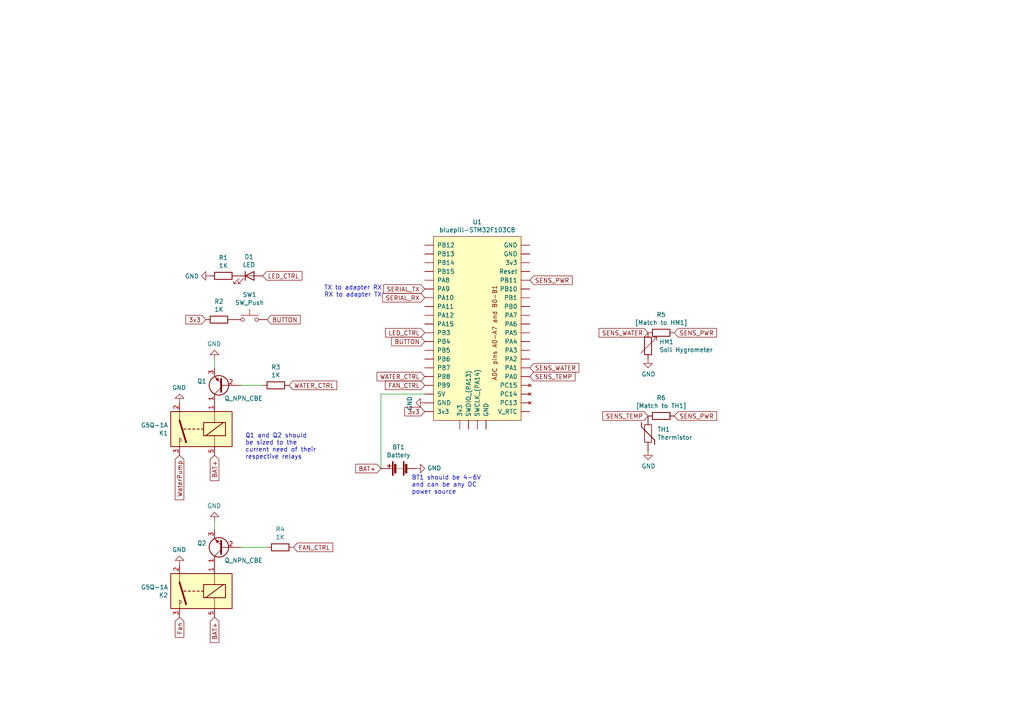
<source format=kicad_sch>
(kicad_sch (version 20211123) (generator eeschema)
  (paper "A4")
  (lib_symbols
    (symbol "Device:Battery" (pin_numbers hide) (pin_names (offset 0) hide)
      (property "Reference" "BT" (at 2.54 2.54 0))
      (property "Value" "Battery" (at 2.54 0 0))
      (symbol "Battery_0_1"
        (rectangle (start -2.032 -1.397) (end 2.032 -1.651) (fill (type outline)))
        (rectangle (start -2.032 1.778) (end 2.032 1.524) (fill (type outline)))
        (rectangle (start -1.3208 -1.9812) (end 1.27 -2.4892) (fill (type outline)))
        (rectangle (start -1.3208 1.1938) (end 1.27 0.6858) (fill (type outline)))
        (polyline (pts (xy 0 -1.524) (xy 0 -1.27)))
        (polyline (pts (xy 0 -1.016) (xy 0 -0.762)))
        (polyline (pts (xy 0 -0.508) (xy 0 -0.254)))
        (polyline (pts (xy 0 0) (xy 0 0.254)))
        (polyline (pts (xy 0 0.508) (xy 0 0.762)))
        (polyline (pts (xy 0 1.778) (xy 0 2.54)))
        (polyline (pts (xy 0.254 2.667) (xy 1.27 2.667)) (stroke (width 0.254)))
        (polyline (pts (xy 0.762 3.175) (xy 0.762 2.159)) (stroke (width 0.254)))
      )
      (symbol "Battery_1_1"
        (pin passive line (at 0 5.08 270) (length 2.54) (name "+") (number "1"))
        (pin passive line (at 0 -5.08 90) (length 2.54) (name "-") (number "2"))
      )
    )
    (symbol "Device:LED" (pin_numbers hide) (pin_names (offset 1.016) hide)
      (property "Reference" "D" (at 0 2.54 0))
      (property "Value" "LED" (at 0 -2.54 0))
      (symbol "LED_0_1"
        (polyline (pts (xy -1.27 -1.27) (xy -1.27 1.27)) (stroke (width 0.254)))
        (polyline (pts (xy -1.27 0) (xy 1.27 0)))
        (polyline (pts (xy 1.27 -1.27) (xy 1.27 1.27) (xy -1.27 0) (xy 1.27 -1.27)) (stroke (width 0.254)))
        (polyline (pts (xy -3.048 -0.762) (xy -4.572 -2.286) (xy -3.81 -2.286) (xy -4.572 -2.286) (xy -4.572 -1.524)))
        (polyline (pts (xy -1.778 -0.762) (xy -3.302 -2.286) (xy -2.54 -2.286) (xy -3.302 -2.286) (xy -3.302 -1.524)))
      )
      (symbol "LED_1_1"
        (pin passive line (at -3.81 0 0) (length 2.54) (name "K") (number "1"))
        (pin passive line (at 3.81 0 180) (length 2.54) (name "A") (number "2"))
      )
    )
    (symbol "Device:Q_NPN_CBE" (pin_names (offset 0) hide)
      (property "Reference" "Q" (at 5.08 1.27 0))
      (property "Value" "Q_NPN_CBE" (at 5.08 -1.27 0))
      (symbol "Q_NPN_CBE_0_1"
        (polyline (pts (xy 0.635 0.635) (xy 2.54 2.54)))
        (polyline (pts (xy 0.635 -0.635) (xy 2.54 -2.54) (xy 2.54 -2.54)))
        (polyline (pts (xy 0.635 1.905) (xy 0.635 -1.905) (xy 0.635 -1.905)) (stroke (width 0.508)))
        (polyline (pts (xy 1.27 -1.778) (xy 1.778 -1.27) (xy 2.286 -2.286) (xy 1.27 -1.778) (xy 1.27 -1.778)) (fill (type outline)))
        (circle (center 1.27 0) (radius 2.8194) (stroke (width 0.254)))
      )
      (symbol "Q_NPN_CBE_1_1"
        (pin passive line (at 2.54 5.08 270) (length 2.54) (name "C") (number "1"))
        (pin input line (at -5.08 0 0) (length 5.715) (name "B") (number "2"))
        (pin passive line (at 2.54 -5.08 90) (length 2.54) (name "E") (number "3"))
      )
    )
    (symbol "Device:R" (pin_numbers hide) (pin_names (offset 0))
      (property "Reference" "R" (at 2.032 0 90))
      (property "Value" "R" (at 0 0 90))
      (symbol "R_0_1"
        (rectangle (start -1.016 -2.54) (end 1.016 2.54) (stroke (width 0.254)))
      )
      (symbol "R_1_1"
        (pin passive line (at 0 3.81 270) (length 1.27) (name "~") (number "1"))
        (pin passive line (at 0 -3.81 90) (length 1.27) (name "~") (number "2"))
      )
    )
    (symbol "Device:R_Variable" (pin_numbers hide) (pin_names (offset 0))
      (property "Reference" "R" (at 2.54 -2.54 90))
      (property "Value" "R_Variable" (at -2.54 -1.27 90))
      (symbol "R_Variable_0_1"
        (rectangle (start -1.016 -2.54) (end 1.016 2.54) (stroke (width 0.254)))
        (polyline (pts (xy 2.54 1.524) (xy 2.54 2.54) (xy 1.524 2.54) (xy 2.54 2.54) (xy -2.032 -2.032)))
      )
      (symbol "R_Variable_1_1"
        (pin passive line (at 0 3.81 270) (length 1.27) (name "~") (number "1"))
        (pin passive line (at 0 -3.81 90) (length 1.27) (name "~") (number "2"))
      )
    )
    (symbol "Device:Thermistor" (pin_numbers hide) (pin_names (offset 0))
      (property "Reference" "TH" (at 2.54 1.27 90))
      (property "Value" "Thermistor" (at -2.54 0 90))
      (symbol "Thermistor_0_1"
        (rectangle (start -1.016 2.54) (end 1.016 -2.54) (stroke (width 0.2032)))
        (polyline (pts (xy -1.905 3.175) (xy -1.905 1.905) (xy 1.905 -1.905) (xy 1.905 -3.175) (xy 1.905 -3.175)) (stroke (width 0.254)))
      )
      (symbol "Thermistor_1_1"
        (pin passive line (at 0 5.08 270) (length 2.54) (name "~") (number "1"))
        (pin passive line (at 0 -5.08 90) (length 2.54) (name "~") (number "2"))
      )
    )
    (symbol "Relay:G5Q-1A"
      (property "Reference" "K" (at 8.89 3.81 0))
      (property "Value" "G5Q-1A" (at 8.89 1.27 0))
      (symbol "G5Q-1A_0_0"
        (polyline (pts (xy 5.08 5.08) (xy 5.08 2.54) (xy 4.445 3.175) (xy 5.08 3.81)))
      )
      (symbol "G5Q-1A_0_1"
        (rectangle (start -10.16 5.08) (end 7.62 -5.08) (stroke (width 0.254)) (fill (type background)))
        (rectangle (start -8.255 1.905) (end -1.905 -1.905) (stroke (width 0.254)))
        (polyline (pts (xy -7.62 -1.905) (xy -2.54 1.905)) (stroke (width 0.254)))
        (polyline (pts (xy -5.08 -5.08) (xy -5.08 -1.905)))
        (polyline (pts (xy -5.08 5.08) (xy -5.08 1.905)))
        (polyline (pts (xy -1.905 0) (xy -1.27 0)) (stroke (width 0.254)))
        (polyline (pts (xy -0.635 0) (xy 0 0)) (stroke (width 0.254)))
        (polyline (pts (xy 0.635 0) (xy 1.27 0)) (stroke (width 0.254)))
        (polyline (pts (xy 1.905 0) (xy 2.54 0)) (stroke (width 0.254)))
        (polyline (pts (xy 3.175 0) (xy 3.81 0)) (stroke (width 0.254)))
        (polyline (pts (xy 5.08 -2.54) (xy 3.175 3.81)) (stroke (width 0.508)))
        (polyline (pts (xy 5.08 -2.54) (xy 5.08 -5.08)))
      )
      (symbol "G5Q-1A_1_1"
        (pin passive line (at -5.08 -7.62 90) (length 2.54) (name "~") (number "1"))
        (pin passive line (at 5.08 -7.62 90) (length 2.54) (name "~") (number "2"))
        (pin passive line (at 5.08 7.62 270) (length 2.54) (name "~") (number "3"))
        (pin passive line (at -5.08 7.62 270) (length 2.54) (name "~") (number "5"))
      )
    )
    (symbol "STM32:bluepill-STM32F103C8" (pin_numbers hide) (pin_names (offset 1.016))
      (property "Reference" "U" (at -2.54 27.94 0))
      (property "Value" "bluepill-STM32F103C8" (at -2.54 30.48 0))
      (symbol "bluepill-STM32F103C8_0_0"
        (text "ADC pins A0-A7 and B0-B1" (at 2.54 -2.54 900) (effects (font (size 1.27 1.27))))
      )
      (symbol "bluepill-STM32F103C8_0_1"
        (rectangle (start -15.24 25.4) (end 10.16 -27.94) (fill (type background)))
      )
      (symbol "bluepill-STM32F103C8_1_1"
        (pin bidirectional line (at -17.78 22.86 0) (length 2.54) (name "PB12") (number "1"))
        (pin bidirectional line (at -17.78 0 0) (length 2.54) (name "PA15") (number "10"))
        (pin bidirectional line (at -17.78 -2.54 0) (length 2.54) (name "PB3") (number "11"))
        (pin bidirectional line (at -17.78 -5.08 0) (length 2.54) (name "PB4") (number "12"))
        (pin bidirectional line (at -17.78 -7.62 0) (length 2.54) (name "PB5") (number "13"))
        (pin bidirectional line (at -17.78 -10.16 0) (length 2.54) (name "PB6") (number "14"))
        (pin bidirectional line (at -17.78 -12.7 0) (length 2.54) (name "PB7") (number "15"))
        (pin bidirectional line (at -17.78 -15.24 0) (length 2.54) (name "PB8") (number "16"))
        (pin bidirectional line (at -17.78 -17.78 0) (length 2.54) (name "PB9") (number "17"))
        (pin power_in line (at -17.78 -20.32 0) (length 2.54) (name "5V") (number "18"))
        (pin power_in line (at -17.78 -22.86 0) (length 2.54) (name "GND") (number "19"))
        (pin bidirectional line (at -17.78 20.32 0) (length 2.54) (name "PB13") (number "2"))
        (pin power_out line (at -17.78 -25.4 0) (length 2.54) (name "3v3") (number "20"))
        (pin power_in line (at 12.7 -25.4 180) (length 2.54) (name "V_RTC") (number "21"))
        (pin no_connect line (at 12.7 -22.86 180) (length 2.54) (name "PC13") (number "22"))
        (pin no_connect line (at 12.7 -20.32 180) (length 2.54) (name "PC14") (number "23"))
        (pin no_connect line (at 12.7 -17.78 180) (length 2.54) (name "PC15") (number "24"))
        (pin bidirectional line (at 12.7 -15.24 180) (length 2.54) (name "PA0") (number "25"))
        (pin bidirectional line (at 12.7 -12.7 180) (length 2.54) (name "PA1") (number "26"))
        (pin bidirectional line (at 12.7 -10.16 180) (length 2.54) (name "PA2") (number "27"))
        (pin bidirectional line (at 12.7 -7.62 180) (length 2.54) (name "PA3") (number "28"))
        (pin bidirectional line (at 12.7 -5.08 180) (length 2.54) (name "PA4") (number "29"))
        (pin bidirectional line (at -17.78 17.78 0) (length 2.54) (name "PB14") (number "3"))
        (pin bidirectional line (at 12.7 -2.54 180) (length 2.54) (name "PA5") (number "30"))
        (pin bidirectional line (at 12.7 0 180) (length 2.54) (name "PA6") (number "31"))
        (pin bidirectional line (at 12.7 2.54 180) (length 2.54) (name "PA7") (number "32"))
        (pin bidirectional line (at 12.7 5.08 180) (length 2.54) (name "PB0") (number "33"))
        (pin bidirectional line (at 12.7 7.62 180) (length 2.54) (name "PB1") (number "34"))
        (pin bidirectional line (at 12.7 10.16 180) (length 2.54) (name "PB10") (number "35"))
        (pin bidirectional line (at 12.7 12.7 180) (length 2.54) (name "PB11") (number "36"))
        (pin bidirectional line (at 12.7 15.24 180) (length 2.54) (name "Reset") (number "37"))
        (pin power_out line (at 12.7 17.78 180) (length 2.54) (name "3v3") (number "38"))
        (pin power_in line (at 12.7 20.32 180) (length 2.54) (name "GND") (number "39"))
        (pin bidirectional line (at -17.78 15.24 0) (length 2.54) (name "PB15") (number "4"))
        (pin power_in line (at 12.7 22.86 180) (length 2.54) (name "GND") (number "40"))
        (pin power_in line (at -7.62 -30.48 90) (length 2.54) (name "3v3") (number "41"))
        (pin bidirectional line (at -5.08 -30.48 90) (length 2.54) (name "SWDIO_(PA13)") (number "42"))
        (pin bidirectional line (at -2.54 -30.48 90) (length 2.54) (name "SWCLK_(PA14)") (number "43"))
        (pin power_in line (at 0 -30.48 90) (length 2.54) (name "GND") (number "44"))
        (pin bidirectional line (at -17.78 12.7 0) (length 2.54) (name "PA8") (number "5"))
        (pin bidirectional line (at -17.78 10.16 0) (length 2.54) (name "PA9") (number "6"))
        (pin bidirectional line (at -17.78 7.62 0) (length 2.54) (name "PA10") (number "7"))
        (pin bidirectional line (at -17.78 5.08 0) (length 2.54) (name "PA11") (number "8"))
        (pin bidirectional line (at -17.78 2.54 0) (length 2.54) (name "PA12") (number "9"))
      )
    )
    (symbol "Switch:SW_Push" (pin_numbers hide) (pin_names (offset 1.016) hide)
      (property "Reference" "SW" (at 1.27 2.54 0))
      (property "Value" "SW_Push" (at 0 -1.524 0))
      (symbol "SW_Push_0_1"
        (circle (center -2.032 0) (radius 0.508))
        (polyline (pts (xy 0 1.27) (xy 0 3.048)))
        (polyline (pts (xy 2.54 1.27) (xy -2.54 1.27)))
        (circle (center 2.032 0) (radius 0.508))
        (pin passive line (at -5.08 0 0) (length 2.54) (name "1") (number "1"))
        (pin passive line (at 5.08 0 180) (length 2.54) (name "2") (number "2"))
      )
    )
    (symbol "power:GND" (power) (pin_names (offset 0))
      (property "Value" "GND" (at 0 -3.81 0))
      (symbol "GND_0_1"
        (polyline (pts (xy 0 0) (xy 0 -1.27) (xy 1.27 -1.27) (xy 0 -2.54) (xy -1.27 -1.27) (xy 0 -1.27)))
      )
      (symbol "GND_1_1"
        (pin power_in line (at 0 0 270) (length 0) hide (name "GND") (number "1"))
      )
    )
  )
  (wire (pts (xy 69.85 158.75) (xy 77.47 158.75)))
  (wire (pts (xy 69.85 111.76) (xy 76.2 111.76)))
  (wire (pts (xy 110.49 114.3) (xy 123.19 114.3)))
  (wire (pts (xy 110.49 135.89) (xy 110.49 114.3)))
  (wire (pts (xy 62.23 151.13) (xy 62.23 153.67)))
  (wire (pts (xy 62.23 104.14) (xy 62.23 106.68)))
  (text "Q1 and Q2 should\nbe sized to the\ncurrent need of their\nrespective relays" (at 71.12 133.35 0) (effects (font (size 1.27 1.27)) (justify left bottom)))
  (text "TX to adapter RX\nRX to adapter TX" (at 93.98 86.36 0) (effects (font (size 1.27 1.27)) (justify left bottom)))
  (text "BT1 should be 4-6V\nand can be any DC\npower source" (at 119.38 143.51 0) (effects (font (size 1.27 1.27)) (justify left bottom)))
  (global_label "WaterPump" (shape input) (at 52.07 132.08 270) (property "Intersheet References" "${INTERSHEET_REFS}" (effects hide)))
  (global_label "SERIAL_TX" (shape input) (at 123.19 83.82 180) (property "Intersheet References" "${INTERSHEET_REFS}" (effects hide)))
  (global_label "BAT+" (shape input) (at 62.23 132.08 270) (property "Intersheet References" "${INTERSHEET_REFS}" (effects hide)))
  (global_label "SERIAL_RX" (shape input) (at 123.19 86.36 180) (property "Intersheet References" "${INTERSHEET_REFS}" (effects hide)))
  (global_label "SENS_TEMP" (shape input) (at 153.67 109.22 0) (property "Intersheet References" "${INTERSHEET_REFS}" (effects hide)))
  (global_label "BAT+" (shape input) (at 62.23 179.07 270) (property "Intersheet References" "${INTERSHEET_REFS}" (effects hide)))
  (global_label "BAT+" (shape input) (at 110.49 135.89 180) (property "Intersheet References" "${INTERSHEET_REFS}" (effects hide)))
  (global_label "SENS_TEMP" (shape input) (at 187.96 120.65 180) (property "Intersheet References" "${INTERSHEET_REFS}" (effects hide)))
  (global_label "SENS_PWR" (shape input) (at 153.67 81.28 0) (property "Intersheet References" "${INTERSHEET_REFS}" (effects hide)))
  (global_label "LED_CTRL" (shape input) (at 123.19 96.52 180) (property "Intersheet References" "${INTERSHEET_REFS}" (effects hide)))
  (global_label "BUTTON" (shape input) (at 123.19 99.06 180) (property "Intersheet References" "${INTERSHEET_REFS}" (effects hide)))
  (global_label "SENS_WATER" (shape input) (at 153.67 106.68 0) (property "Intersheet References" "${INTERSHEET_REFS}" (effects hide)))
  (global_label "3v3" (shape input) (at 123.19 119.38 180) (property "Intersheet References" "${INTERSHEET_REFS}" (effects hide)))
  (global_label "SENS_PWR" (shape input) (at 195.58 120.65 0) (property "Intersheet References" "${INTERSHEET_REFS}" (effects hide)))
  (global_label "BUTTON" (shape input) (at 77.47 92.71 0) (property "Intersheet References" "${INTERSHEET_REFS}" (effects hide)))
  (global_label "SENS_WATER" (shape input) (at 187.96 96.52 180) (property "Intersheet References" "${INTERSHEET_REFS}" (effects hide)))
  (global_label "FAN_CTRL" (shape input) (at 123.19 111.76 180) (property "Intersheet References" "${INTERSHEET_REFS}" (effects hide)))
  (global_label "3v3" (shape input) (at 59.69 92.71 180) (property "Intersheet References" "${INTERSHEET_REFS}" (effects hide)))
  (global_label "SENS_PWR" (shape input) (at 195.58 96.52 0) (property "Intersheet References" "${INTERSHEET_REFS}" (effects hide)))
  (global_label "FAN_CTRL" (shape input) (at 85.09 158.75 0) (property "Intersheet References" "${INTERSHEET_REFS}" (effects hide)))
  (global_label "Fan" (shape input) (at 52.07 179.07 270) (property "Intersheet References" "${INTERSHEET_REFS}" (effects hide)))
  (global_label "WATER_CTRL" (shape input) (at 83.82 111.76 0) (property "Intersheet References" "${INTERSHEET_REFS}" (effects hide)))
  (global_label "WATER_CTRL" (shape input) (at 123.19 109.22 180) (property "Intersheet References" "${INTERSHEET_REFS}" (effects hide)))
  (global_label "LED_CTRL" (shape input) (at 76.2 80.01 0) (property "Intersheet References" "${INTERSHEET_REFS}" (effects hide)))
  (symbol (lib_id "Device:Battery") (at 115.57 135.89 90) (unit 1)
    (property "Reference" "BT1" (at 115.57 129.667 90))
    (property "Value" "Battery" (at 115.57 131.9784 90))
  )
  (symbol (lib_id "power:GND") (at 120.65 135.89 90) (unit 1)
    (property "Reference" "#PWR06" (effects hide))
    (property "Value" "GND" (at 123.9012 135.763 90) (effects (justify right)))
  )
  (symbol (lib_id "power:GND") (at 123.19 116.84 270) (unit 1)
    (property "Reference" "#PWR07" (effects hide))
    (property "Value" "GND" (at 118.7958 116.967 0))
  )
  (symbol (lib_id "STM32:bluepill-STM32F103C8") (at 140.97 93.98 0) (unit 1)
    (property "Reference" "U1" (at 138.43 64.389 0))
    (property "Value" "bluepill-STM32F103C8" (at 138.43 66.7004 0))
  )
  (symbol (lib_id "Device:LED") (at 72.39 80.01 0) (unit 1)
    (property "Reference" "D1" (at 72.2122 74.4982 0))
    (property "Value" "LED" (at 72.2122 76.8096 0))
  )
  (symbol (lib_id "power:GND") (at 60.96 80.01 270) (unit 1)
    (property "Reference" "#PWR03" (effects hide))
    (property "Value" "GND" (at 57.7088 80.137 90) (effects (justify right)))
  )
  (symbol (lib_id "Device:R") (at 64.77 80.01 270) (unit 1)
    (property "Reference" "R1" (at 64.77 74.7522 90))
    (property "Value" "1K" (at 64.77 77.0636 90))
  )
  (symbol (lib_id "Switch:SW_Push") (at 72.39 92.71 0) (unit 1)
    (property "Reference" "SW1" (at 72.39 85.471 0))
    (property "Value" "SW_Push" (at 72.39 87.7824 0))
  )
  (symbol (lib_id "Device:R") (at 63.5 92.71 270) (unit 1)
    (property "Reference" "R2" (at 63.5 87.4522 90))
    (property "Value" "1K" (at 63.5 89.7636 90))
  )
  (symbol (lib_id "Relay:G5Q-1A") (at 57.15 124.46 180) (unit 1)
    (property "Reference" "K1" (at 48.768 125.6284 0) (effects (justify left)))
    (property "Value" "G5Q-1A" (at 48.768 123.317 0) (effects (justify left)))
    (property "Footprint" "Relay_THT:Relay_SPST_Omron-G5Q-1A" (effects hide))
    (property "Datasheet" "https://www.omron.com/ecb/products/pdf/en-g5q.pdf" (effects hide))
  )
  (symbol (lib_id "power:GND") (at 52.07 116.84 180) (unit 1)
    (property "Reference" "#PWR01" (effects hide))
    (property "Value" "GND" (at 51.943 112.4458 0))
  )
  (symbol (lib_id "Device:Q_NPN_CBE") (at 64.77 111.76 180) (unit 1)
    (property "Reference" "Q1" (at 59.9186 110.5916 0) (effects (justify left)))
    (property "Value" "Q_NPN_CBE" (at 76.2 115.57 0) (effects (justify left)))
  )
  (symbol (lib_id "power:GND") (at 62.23 104.14 180) (unit 1)
    (property "Reference" "#PWR04" (effects hide))
    (property "Value" "GND" (at 62.103 99.7458 0))
  )
  (symbol (lib_id "Relay:G5Q-1A") (at 57.15 171.45 180) (unit 1)
    (property "Reference" "K2" (at 48.768 172.6184 0) (effects (justify left)))
    (property "Value" "G5Q-1A" (at 48.768 170.307 0) (effects (justify left)))
    (property "Footprint" "Relay_THT:Relay_SPST_Omron-G5Q-1A" (effects hide))
    (property "Datasheet" "https://www.omron.com/ecb/products/pdf/en-g5q.pdf" (effects hide))
  )
  (symbol (lib_id "power:GND") (at 52.07 163.83 180) (unit 1)
    (property "Reference" "#PWR02" (effects hide))
    (property "Value" "GND" (at 51.943 159.4358 0))
  )
  (symbol (lib_id "Device:Q_NPN_CBE") (at 64.77 158.75 180) (unit 1)
    (property "Reference" "Q2" (at 59.9186 157.5816 0) (effects (justify left)))
    (property "Value" "Q_NPN_CBE" (at 76.2 162.56 0) (effects (justify left)))
  )
  (symbol (lib_id "power:GND") (at 62.23 151.13 180) (unit 1)
    (property "Reference" "#PWR05" (effects hide))
    (property "Value" "GND" (at 62.103 146.7358 0))
  )
  (symbol (lib_id "Device:R") (at 81.28 158.75 270) (unit 1)
    (property "Reference" "R4" (at 81.28 153.4922 90))
    (property "Value" "1K" (at 81.28 155.8036 90))
  )
  (symbol (lib_id "Device:R") (at 80.01 111.76 270) (unit 1)
    (property "Reference" "R3" (at 80.01 106.5022 90))
    (property "Value" "1K" (at 80.01 108.8136 90))
  )
  (symbol (lib_id "Device:Thermistor") (at 187.96 125.73 0) (unit 1)
    (property "Reference" "TH1" (at 190.627 124.5616 0) (effects (justify left)))
    (property "Value" "Thermistor" (at 190.627 126.873 0) (effects (justify left)))
  )
  (symbol (lib_id "power:GND") (at 187.96 130.81 0) (unit 1)
    (property "Reference" "#PWR09" (effects hide))
    (property "Value" "GND" (at 188.087 135.2042 0))
  )
  (symbol (lib_id "Device:R") (at 191.77 120.65 270) (unit 1)
    (property "Reference" "R6" (at 191.77 115.3922 90))
    (property "Value" "[Match to TH1]" (at 191.77 117.7036 90))
  )
  (symbol (lib_id "Device:R_Variable") (at 187.96 100.33 0) (unit 1)
    (property "Reference" "HM1" (at 191.2112 99.1616 0) (effects (justify left)))
    (property "Value" "Soil Hygrometer" (at 191.2112 101.473 0) (effects (justify left)))
  )
  (symbol (lib_id "power:GND") (at 187.96 104.14 0) (unit 1)
    (property "Reference" "#PWR08" (effects hide))
    (property "Value" "GND" (at 188.087 108.5342 0))
  )
  (symbol (lib_id "Device:R") (at 191.77 96.52 270) (unit 1)
    (property "Reference" "R5" (at 191.77 91.2622 90))
    (property "Value" "[Match to HM1]" (at 191.77 93.5736 90))
  )
)
</source>
